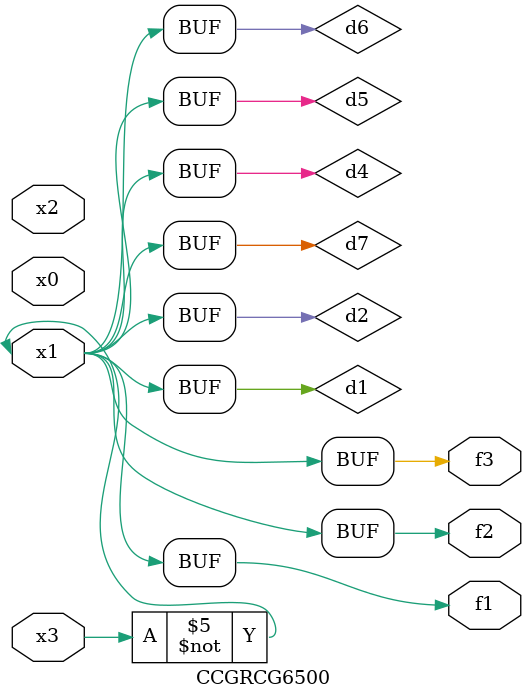
<source format=v>
module CCGRCG6500(
	input x0, x1, x2, x3,
	output f1, f2, f3
);

	wire d1, d2, d3, d4, d5, d6, d7;

	not (d1, x3);
	buf (d2, x1);
	xnor (d3, d1, d2);
	nor (d4, d1);
	buf (d5, d1, d2);
	buf (d6, d4, d5);
	nand (d7, d4);
	assign f1 = d6;
	assign f2 = d7;
	assign f3 = d6;
endmodule

</source>
